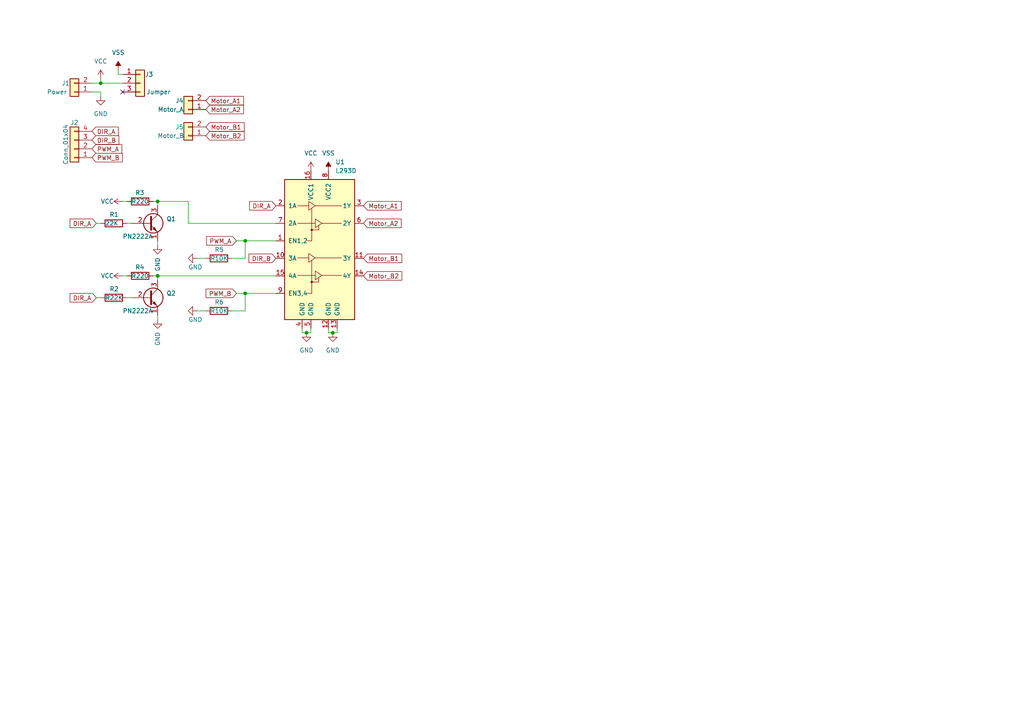
<source format=kicad_sch>
(kicad_sch (version 20211123) (generator eeschema)
  (paper "A4")
  (lib_symbols
    (symbol "Connector_Generic:Conn_01x02" (pin_names (offset 1.016) hide)
      (property "Reference" "J" (at 0 2.54 0))
      (property "Value" "Conn_01x02" (at 0 -5.08 0))
      (symbol "Conn_01x02_1_1"
        (rectangle (start -1.27 -2.413) (end 0 -2.667) (stroke (width 0.1524)))
        (rectangle (start -1.27 0.127) (end 0 -0.127) (stroke (width 0.1524)))
        (rectangle (start -1.27 1.27) (end 1.27 -3.81) (stroke (width 0.254)) (fill (type background)))
        (pin passive line (at -5.08 0 0) (length 3.81) (name "Pin_1") (number "1"))
        (pin passive line (at -5.08 -2.54 0) (length 3.81) (name "Pin_2") (number "2"))
      )
    )
    (symbol "Connector_Generic:Conn_01x03" (pin_names (offset 1.016) hide)
      (property "Reference" "J" (at 0 5.08 0))
      (property "Value" "Conn_01x03" (at 0 -5.08 0))
      (symbol "Conn_01x03_1_1"
        (rectangle (start -1.27 -2.413) (end 0 -2.667) (stroke (width 0.1524)))
        (rectangle (start -1.27 0.127) (end 0 -0.127) (stroke (width 0.1524)))
        (rectangle (start -1.27 2.667) (end 0 2.413) (stroke (width 0.1524)))
        (rectangle (start -1.27 3.81) (end 1.27 -3.81) (stroke (width 0.254)) (fill (type background)))
        (pin passive line (at -5.08 2.54 0) (length 3.81) (name "Pin_1") (number "1"))
        (pin passive line (at -5.08 0 0) (length 3.81) (name "Pin_2") (number "2"))
        (pin passive line (at -5.08 -2.54 0) (length 3.81) (name "Pin_3") (number "3"))
      )
    )
    (symbol "Connector_Generic:Conn_01x04" (pin_names (offset 1.016) hide)
      (property "Reference" "J" (at 0 5.08 0))
      (property "Value" "Conn_01x04" (at 0 -7.62 0))
      (symbol "Conn_01x04_1_1"
        (rectangle (start -1.27 -4.953) (end 0 -5.207) (stroke (width 0.1524)))
        (rectangle (start -1.27 -2.413) (end 0 -2.667) (stroke (width 0.1524)))
        (rectangle (start -1.27 0.127) (end 0 -0.127) (stroke (width 0.1524)))
        (rectangle (start -1.27 2.667) (end 0 2.413) (stroke (width 0.1524)))
        (rectangle (start -1.27 3.81) (end 1.27 -6.35) (stroke (width 0.254)) (fill (type background)))
        (pin passive line (at -5.08 2.54 0) (length 3.81) (name "Pin_1") (number "1"))
        (pin passive line (at -5.08 0 0) (length 3.81) (name "Pin_2") (number "2"))
        (pin passive line (at -5.08 -2.54 0) (length 3.81) (name "Pin_3") (number "3"))
        (pin passive line (at -5.08 -5.08 0) (length 3.81) (name "Pin_4") (number "4"))
      )
    )
    (symbol "Device:R" (pin_numbers hide) (pin_names (offset 0))
      (property "Reference" "R" (at 2.032 0 90))
      (property "Value" "R" (at 0 0 90))
      (symbol "R_0_1"
        (rectangle (start -1.016 -2.54) (end 1.016 2.54) (stroke (width 0.254)))
      )
      (symbol "R_1_1"
        (pin passive line (at 0 3.81 270) (length 1.27) (name "~") (number "1"))
        (pin passive line (at 0 -3.81 90) (length 1.27) (name "~") (number "2"))
      )
    )
    (symbol "Driver_Motor:L293D" (pin_names (offset 1.016))
      (property "Reference" "U" (at -5.08 26.035 0))
      (property "Value" "L293D" (at -5.08 24.13 0))
      (symbol "L293D_0_1"
        (rectangle (start -10.16 22.86) (end 10.16 -17.78) (stroke (width 0.254)) (fill (type background)))
        (circle (center -2.286 -6.858) (radius 0.254) (fill (type outline)))
        (circle (center -2.286 8.255) (radius 0.254) (fill (type outline)))
        (polyline (pts (xy -6.35 -4.953) (xy -1.27 -4.953)))
        (polyline (pts (xy -6.35 0.127) (xy -3.175 0.127)))
        (polyline (pts (xy -6.35 10.16) (xy -1.27 10.16)))
        (polyline (pts (xy -6.35 15.24) (xy -3.175 15.24)))
        (polyline (pts (xy -1.27 0.127) (xy 6.35 0.127)))
        (polyline (pts (xy -1.27 15.24) (xy 6.35 15.24)))
        (polyline (pts (xy 0.635 -4.953) (xy 6.35 -4.953)))
        (polyline (pts (xy 0.635 10.16) (xy 6.35 10.16)))
        (polyline (pts (xy -2.286 -6.858) (xy -0.254 -6.858) (xy -0.254 -5.588)))
        (polyline (pts (xy -2.286 -0.635) (xy -2.286 -10.16) (xy -3.556 -10.16)))
        (polyline (pts (xy -2.286 8.255) (xy -0.254 8.255) (xy -0.254 9.525)))
        (polyline (pts (xy -2.286 14.478) (xy -2.286 5.08) (xy -3.556 5.08)))
        (polyline (pts (xy -3.175 1.397) (xy -3.175 -1.143) (xy -1.27 0.127) (xy -3.175 1.397)))
        (polyline (pts (xy -3.175 16.51) (xy -3.175 13.97) (xy -1.27 15.24) (xy -3.175 16.51)))
        (polyline (pts (xy -1.27 -3.683) (xy -1.27 -6.223) (xy 0.635 -4.953) (xy -1.27 -3.683)))
        (polyline (pts (xy -1.27 11.43) (xy -1.27 8.89) (xy 0.635 10.16) (xy -1.27 11.43)))
      )
      (symbol "L293D_1_1"
        (pin input line (at -12.7 5.08 0) (length 2.54) (name "EN1,2") (number "1"))
        (pin input line (at -12.7 0 0) (length 2.54) (name "3A") (number "10"))
        (pin output line (at 12.7 0 180) (length 2.54) (name "3Y") (number "11"))
        (pin power_in line (at 2.54 -20.32 90) (length 2.54) (name "GND") (number "12"))
        (pin power_in line (at 5.08 -20.32 90) (length 2.54) (name "GND") (number "13"))
        (pin output line (at 12.7 -5.08 180) (length 2.54) (name "4Y") (number "14"))
        (pin input line (at -12.7 -5.08 0) (length 2.54) (name "4A") (number "15"))
        (pin power_in line (at -2.54 25.4 270) (length 2.54) (name "VCC1") (number "16"))
        (pin input line (at -12.7 15.24 0) (length 2.54) (name "1A") (number "2"))
        (pin output line (at 12.7 15.24 180) (length 2.54) (name "1Y") (number "3"))
        (pin power_in line (at -5.08 -20.32 90) (length 2.54) (name "GND") (number "4"))
        (pin power_in line (at -2.54 -20.32 90) (length 2.54) (name "GND") (number "5"))
        (pin output line (at 12.7 10.16 180) (length 2.54) (name "2Y") (number "6"))
        (pin input line (at -12.7 10.16 0) (length 2.54) (name "2A") (number "7"))
        (pin power_in line (at 2.54 25.4 270) (length 2.54) (name "VCC2") (number "8"))
        (pin input line (at -12.7 -10.16 0) (length 2.54) (name "EN3,4") (number "9"))
      )
    )
    (symbol "Transistor_BJT:PN2222A" (pin_names (offset 0) hide)
      (property "Reference" "Q" (at 5.08 1.905 0))
      (property "Value" "PN2222A" (at 5.08 0 0))
      (symbol "PN2222A_0_1"
        (polyline (pts (xy 0 0) (xy 0.635 0)))
        (polyline (pts (xy 2.54 -2.54) (xy 0.635 -0.635)))
        (polyline (pts (xy 2.54 2.54) (xy 0.635 0.635)))
        (polyline (pts (xy 0.635 1.905) (xy 0.635 -1.905) (xy 0.635 -1.905)) (stroke (width 0.508)))
        (polyline (pts (xy 2.413 -2.413) (xy 1.905 -1.905) (xy 1.905 -1.905)))
        (polyline (pts (xy 1.143 -1.651) (xy 1.651 -1.143) (xy 2.159 -2.159) (xy 1.143 -1.651) (xy 1.143 -1.651)) (fill (type outline)))
        (circle (center 1.27 0) (radius 2.8194) (stroke (width 0.254)))
      )
      (symbol "PN2222A_1_1"
        (pin passive line (at 2.54 -5.08 90) (length 2.54) (name "E") (number "1"))
        (pin input line (at -5.08 0 0) (length 5.08) (name "B") (number "2"))
        (pin passive line (at 2.54 5.08 270) (length 2.54) (name "C") (number "3"))
      )
    )
    (symbol "power:GND" (power) (pin_names (offset 0))
      (property "Value" "GND" (at 0 -3.81 0))
      (symbol "GND_0_1"
        (polyline (pts (xy 0 0) (xy 0 -1.27) (xy 1.27 -1.27) (xy 0 -2.54) (xy -1.27 -1.27) (xy 0 -1.27)))
      )
      (symbol "GND_1_1"
        (pin power_in line (at 0 0 270) (length 0) hide (name "GND") (number "1"))
      )
    )
    (symbol "power:VCC" (power) (pin_names (offset 0))
      (property "Value" "VCC" (at 0 3.81 0))
      (symbol "VCC_0_1"
        (polyline (pts (xy -0.762 1.27) (xy 0 2.54)))
        (polyline (pts (xy 0 0) (xy 0 2.54)))
        (polyline (pts (xy 0 2.54) (xy 0.762 1.27)))
      )
      (symbol "VCC_1_1"
        (pin power_in line (at 0 0 90) (length 0) hide (name "VCC") (number "1"))
      )
    )
    (symbol "power:VSS" (power) (pin_names (offset 0))
      (property "Value" "VSS" (at 0 3.81 0))
      (symbol "VSS_0_1"
        (polyline (pts (xy 0 0) (xy 0 2.54)))
        (polyline (pts (xy 0.762 1.27) (xy -0.762 1.27) (xy 0 2.54) (xy 0.762 1.27)) (fill (type outline)))
      )
      (symbol "VSS_1_1"
        (pin power_in line (at 0 0 90) (length 0) hide (name "VSS") (number "1"))
      )
    )
  )
  (junction (at 29.21 24.13))
  (junction (at 71.12 85.09))
  (junction (at 45.72 80.01))
  (junction (at 88.9 96.52))
  (junction (at 71.12 69.85))
  (junction (at 45.72 58.42))
  (junction (at 96.52 96.52))
  (no_connect (at 35.56 26.67))
  (wire (pts (xy 87.63 96.52) (xy 87.63 95.25)))
  (wire (pts (xy 95.25 95.25) (xy 95.25 96.52)))
  (wire (pts (xy 45.72 91.44) (xy 45.72 92.71)))
  (wire (pts (xy 67.31 74.93) (xy 71.12 74.93)))
  (wire (pts (xy 27.94 64.77) (xy 29.21 64.77)))
  (wire (pts (xy 71.12 69.85) (xy 80.01 69.85)))
  (wire (pts (xy 26.67 26.67) (xy 29.21 26.67)))
  (wire (pts (xy 97.79 95.25) (xy 97.79 96.52)))
  (wire (pts (xy 88.9 96.52) (xy 87.63 96.52)))
  (wire (pts (xy 45.72 80.01) (xy 44.45 80.01)))
  (wire (pts (xy 68.58 69.85) (xy 71.12 69.85)))
  (wire (pts (xy 35.56 21.59) (xy 34.29 21.59)))
  (wire (pts (xy 35.56 80.01) (xy 36.83 80.01)))
  (wire (pts (xy 68.58 85.09) (xy 71.12 85.09)))
  (wire (pts (xy 57.15 90.17) (xy 59.69 90.17)))
  (wire (pts (xy 97.79 96.52) (xy 96.52 96.52)))
  (wire (pts (xy 71.12 85.09) (xy 80.01 85.09)))
  (wire (pts (xy 80.01 64.77) (xy 54.61 64.77)))
  (wire (pts (xy 90.17 95.25) (xy 90.17 96.52)))
  (wire (pts (xy 45.72 58.42) (xy 44.45 58.42)))
  (wire (pts (xy 36.83 64.77) (xy 38.1 64.77)))
  (wire (pts (xy 45.72 59.69) (xy 45.72 58.42)))
  (wire (pts (xy 71.12 74.93) (xy 71.12 69.85)))
  (wire (pts (xy 26.67 24.13) (xy 29.21 24.13)))
  (wire (pts (xy 29.21 24.13) (xy 35.56 24.13)))
  (wire (pts (xy 67.31 90.17) (xy 71.12 90.17)))
  (wire (pts (xy 95.25 96.52) (xy 96.52 96.52)))
  (wire (pts (xy 35.56 58.42) (xy 36.83 58.42)))
  (wire (pts (xy 71.12 90.17) (xy 71.12 85.09)))
  (wire (pts (xy 54.61 64.77) (xy 54.61 58.42)))
  (wire (pts (xy 54.61 58.42) (xy 45.72 58.42)))
  (wire (pts (xy 57.15 74.93) (xy 59.69 74.93)))
  (wire (pts (xy 45.72 69.85) (xy 45.72 71.12)))
  (wire (pts (xy 29.21 26.67) (xy 29.21 27.94)))
  (wire (pts (xy 45.72 80.01) (xy 80.01 80.01)))
  (wire (pts (xy 34.29 21.59) (xy 34.29 20.32)))
  (wire (pts (xy 36.83 86.36) (xy 38.1 86.36)))
  (wire (pts (xy 29.21 22.86) (xy 29.21 24.13)))
  (wire (pts (xy 90.17 96.52) (xy 88.9 96.52)))
  (wire (pts (xy 27.94 86.36) (xy 29.21 86.36)))
  (wire (pts (xy 45.72 81.28) (xy 45.72 80.01)))
  (global_label "DIR_B" (shape input) (at 26.67 40.64 0) (property "Intersheet References" "${INTERSHEET_REFS}" (effects hide)))
  (global_label "DIR_A" (shape input) (at 27.94 86.36 180) (property "Intersheet References" "${INTERSHEET_REFS}" (effects hide)))
  (global_label "Motor_B1" (shape input) (at 105.41 74.93 0) (property "Intersheet References" "${INTERSHEET_REFS}" (effects hide)))
  (global_label "PWM_B" (shape input) (at 68.58 85.09 180) (property "Intersheet References" "${INTERSHEET_REFS}" (effects hide)))
  (global_label "Motor_A1" (shape input) (at 105.41 59.69 0) (property "Intersheet References" "${INTERSHEET_REFS}" (effects hide)))
  (global_label "Motor_B1" (shape input) (at 59.69 36.83 0) (property "Intersheet References" "${INTERSHEET_REFS}" (effects hide)))
  (global_label "Motor_B2" (shape input) (at 105.41 80.01 0) (property "Intersheet References" "${INTERSHEET_REFS}" (effects hide)))
  (global_label "DIR_A" (shape input) (at 26.67 38.1 0) (property "Intersheet References" "${INTERSHEET_REFS}" (effects hide)))
  (global_label "DIR_B" (shape input) (at 80.01 74.93 180) (property "Intersheet References" "${INTERSHEET_REFS}" (effects hide)))
  (global_label "Motor_A2" (shape input) (at 59.69 31.75 0) (property "Intersheet References" "${INTERSHEET_REFS}" (effects hide)))
  (global_label "PWM_A" (shape input) (at 26.67 43.18 0) (property "Intersheet References" "${INTERSHEET_REFS}" (effects hide)))
  (global_label "Motor_A1" (shape input) (at 59.69 29.21 0) (property "Intersheet References" "${INTERSHEET_REFS}" (effects hide)))
  (global_label "PWM_B" (shape input) (at 26.67 45.72 0) (property "Intersheet References" "${INTERSHEET_REFS}" (effects hide)))
  (global_label "DIR_A" (shape input) (at 27.94 64.77 180) (property "Intersheet References" "${INTERSHEET_REFS}" (effects hide)))
  (global_label "Motor_A2" (shape input) (at 105.41 64.77 0) (property "Intersheet References" "${INTERSHEET_REFS}" (effects hide)))
  (global_label "PWM_A" (shape input) (at 68.58 69.85 180) (property "Intersheet References" "${INTERSHEET_REFS}" (effects hide)))
  (global_label "Motor_B2" (shape input) (at 59.69 39.37 0) (property "Intersheet References" "${INTERSHEET_REFS}" (effects hide)))
  (global_label "DIR_A" (shape input) (at 80.01 59.69 180) (property "Intersheet References" "${INTERSHEET_REFS}" (effects hide)))
  (symbol (lib_id "power:VCC") (at 35.56 58.42 90) (unit 1)
    (property "Reference" "#PWR04" (effects hide))
    (property "Value" "VCC" (at 29.21 58.42 90) (effects (justify right)))
  )
  (symbol (lib_id "power:VSS") (at 34.29 20.32 0) (unit 1)
    (property "Reference" "#PWR03" (effects hide))
    (property "Value" "VSS" (at 34.29 15.24 0))
  )
  (symbol (lib_id "power:GND") (at 45.72 92.71 0) (unit 1)
    (property "Reference" "#PWR07" (effects hide))
    (property "Value" "GND" (at 45.72 100.33 90) (effects (justify left)))
  )
  (symbol (lib_id "Device:R") (at 40.64 58.42 90) (unit 1)
    (property "Reference" "R3" (at 41.91 55.88 90) (effects (justify left)))
    (property "Value" "R220" (at 43.18 58.42 90) (effects (justify left)))
  )
  (symbol (lib_id "power:VCC") (at 29.21 22.86 0) (unit 1)
    (property "Reference" "#PWR01" (effects hide))
    (property "Value" "VCC" (at 29.21 17.78 0))
  )
  (symbol (lib_id "Device:R") (at 40.64 80.01 90) (unit 1)
    (property "Reference" "R4" (at 41.91 77.47 90) (effects (justify left)))
    (property "Value" "R220" (at 43.18 80.01 90) (effects (justify left)))
  )
  (symbol (lib_id "Connector_Generic:Conn_01x02") (at 54.61 31.75 180) (unit 1)
    (property "Reference" "J4" (at 52.07 29.21 0))
    (property "Value" "Motor_A" (at 49.53 31.75 0))
  )
  (symbol (lib_id "power:GND") (at 45.72 71.12 0) (unit 1)
    (property "Reference" "#PWR06" (effects hide))
    (property "Value" "GND" (at 45.72 78.74 90) (effects (justify left)))
  )
  (symbol (lib_id "power:VCC") (at 35.56 80.01 90) (unit 1)
    (property "Reference" "#PWR05" (effects hide))
    (property "Value" "VCC" (at 29.21 80.01 90) (effects (justify right)))
  )
  (symbol (lib_id "Transistor_BJT:PN2222A") (at 43.18 64.77 0) (unit 1)
    (property "Reference" "Q1" (at 48.26 63.4999 0) (effects (justify left)))
    (property "Value" "PN2222A" (at 35.56 68.58 0) (effects (justify left)))
    (property "Footprint" "Package_TO_SOT_THT:TO-92_Inline" (effects hide))
    (property "Datasheet" "https://www.onsemi.com/pub/Collateral/PN2222-D.PDF" (effects hide))
  )
  (symbol (lib_id "power:GND") (at 88.9 96.52 0) (unit 1)
    (property "Reference" "#PWR010" (effects hide))
    (property "Value" "GND" (at 88.9 101.6 0))
  )
  (symbol (lib_id "Device:R") (at 33.02 64.77 270) (unit 1)
    (property "Reference" "R1" (at 31.75 62.23 90) (effects (justify left)))
    (property "Value" "22K" (at 30.48 64.77 90) (effects (justify left)))
  )
  (symbol (lib_id "power:GND") (at 96.52 96.52 0) (unit 1)
    (property "Reference" "#PWR013" (effects hide))
    (property "Value" "GND" (at 96.52 101.6 0))
  )
  (symbol (lib_id "Connector_Generic:Conn_01x04") (at 21.59 43.18 180) (unit 1)
    (property "Reference" "J2" (at 21.59 35.56 0))
    (property "Value" "Conn_01x04" (at 19.05 41.91 90))
  )
  (symbol (lib_id "Connector_Generic:Conn_01x03") (at 40.64 24.13 0) (unit 1)
    (property "Reference" "J3" (at 44.45 21.59 0) (effects (justify right)))
    (property "Value" "Jumper" (at 49.53 26.67 0) (effects (justify right)))
  )
  (symbol (lib_id "Device:R") (at 63.5 90.17 270) (unit 1)
    (property "Reference" "R6" (at 62.23 87.63 90) (effects (justify left)))
    (property "Value" "R10K" (at 60.96 90.17 90) (effects (justify left)))
  )
  (symbol (lib_id "Connector_Generic:Conn_01x02") (at 54.61 39.37 180) (unit 1)
    (property "Reference" "J5" (at 52.07 36.83 0))
    (property "Value" "Motor_B" (at 49.53 39.37 0))
  )
  (symbol (lib_id "Device:R") (at 63.5 74.93 270) (unit 1)
    (property "Reference" "R5" (at 62.23 72.39 90) (effects (justify left)))
    (property "Value" "R10K" (at 60.96 74.93 90) (effects (justify left)))
  )
  (symbol (lib_id "Device:R") (at 33.02 86.36 270) (unit 1)
    (property "Reference" "R2" (at 31.75 83.82 90) (effects (justify left)))
    (property "Value" "R22K" (at 30.48 86.36 90) (effects (justify left)))
  )
  (symbol (lib_id "Transistor_BJT:PN2222A") (at 43.18 86.36 0) (unit 1)
    (property "Reference" "Q2" (at 48.26 85.0899 0) (effects (justify left)))
    (property "Value" "PN2222A" (at 35.56 90.17 0) (effects (justify left)))
    (property "Footprint" "Package_TO_SOT_THT:TO-92_Inline" (effects hide))
    (property "Datasheet" "https://www.onsemi.com/pub/Collateral/PN2222-D.PDF" (effects hide))
  )
  (symbol (lib_id "Driver_Motor:L293D") (at 92.71 74.93 0) (unit 1)
    (property "Reference" "U1" (at 97.2694 46.99 0) (effects (justify left)))
    (property "Value" "L293D" (at 97.2694 49.53 0) (effects (justify left)))
    (property "Footprint" "Package_DIP:DIP-16_W7.62mm" (effects hide))
    (property "Datasheet" "http://www.ti.com/lit/ds/symlink/l293.pdf" (effects hide))
  )
  (symbol (lib_id "power:GND") (at 57.15 74.93 270) (unit 1)
    (property "Reference" "#PWR08" (effects hide))
    (property "Value" "GND" (at 54.61 77.47 90) (effects (justify left)))
  )
  (symbol (lib_id "power:GND") (at 57.15 90.17 270) (unit 1)
    (property "Reference" "#PWR09" (effects hide))
    (property "Value" "GND" (at 54.61 92.71 90) (effects (justify left)))
  )
  (symbol (lib_id "power:GND") (at 29.21 27.94 0) (unit 1)
    (property "Reference" "#PWR02" (effects hide))
    (property "Value" "GND" (at 29.21 33.02 0))
  )
  (symbol (lib_id "power:VSS") (at 95.25 49.53 0) (unit 1)
    (property "Reference" "#PWR012" (effects hide))
    (property "Value" "VSS" (at 95.25 44.45 0))
  )
  (symbol (lib_id "Connector_Generic:Conn_01x02") (at 21.59 26.67 180) (unit 1)
    (property "Reference" "J1" (at 19.05 24.13 0))
    (property "Value" "Power" (at 16.51 26.67 0))
  )
  (symbol (lib_id "power:VCC") (at 90.17 49.53 0) (unit 1)
    (property "Reference" "#PWR011" (effects hide))
    (property "Value" "VCC" (at 90.17 44.45 0))
  )
)
</source>
